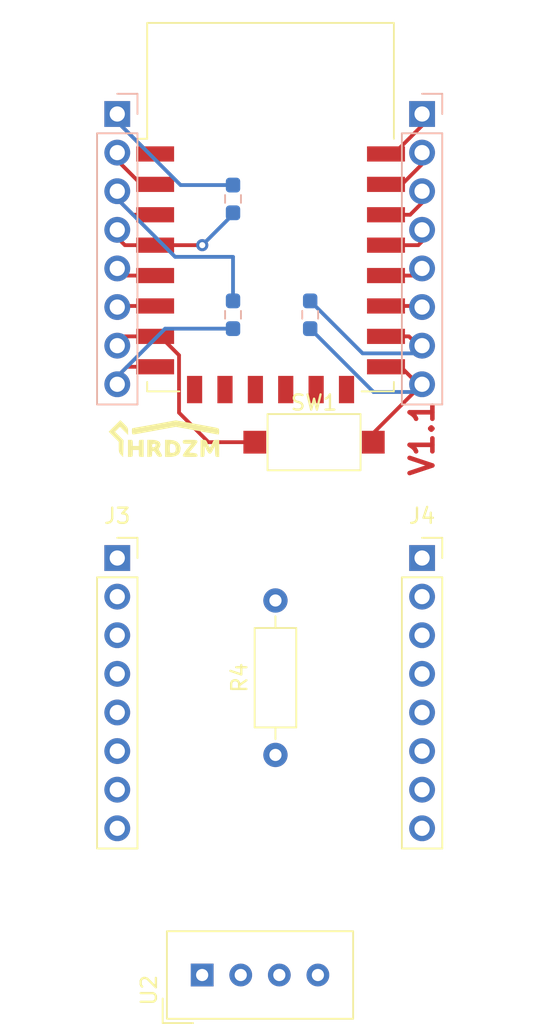
<source format=kicad_pcb>
(kicad_pcb (version 20171130) (host pcbnew "(5.1.9)-1")

  (general
    (thickness 1.6)
    (drawings 1)
    (tracks 55)
    (zones 0)
    (modules 12)
    (nets 38)
  )

  (page A4)
  (layers
    (0 F.Cu signal)
    (31 B.Cu signal)
    (32 B.Adhes user)
    (33 F.Adhes user)
    (34 B.Paste user)
    (35 F.Paste user)
    (36 B.SilkS user)
    (37 F.SilkS user)
    (38 B.Mask user)
    (39 F.Mask user)
    (40 Dwgs.User user)
    (41 Cmts.User user)
    (42 Eco1.User user)
    (43 Eco2.User user)
    (44 Edge.Cuts user)
    (45 Margin user)
    (46 B.CrtYd user)
    (47 F.CrtYd user)
    (48 B.Fab user)
    (49 F.Fab user)
  )

  (setup
    (last_trace_width 0.25)
    (trace_clearance 0.2)
    (zone_clearance 0.508)
    (zone_45_only no)
    (trace_min 0.2)
    (via_size 0.8)
    (via_drill 0.4)
    (via_min_size 0.4)
    (via_min_drill 0.3)
    (uvia_size 0.3)
    (uvia_drill 0.1)
    (uvias_allowed no)
    (uvia_min_size 0.2)
    (uvia_min_drill 0.1)
    (edge_width 0.05)
    (segment_width 0.2)
    (pcb_text_width 0.3)
    (pcb_text_size 1.5 1.5)
    (mod_edge_width 0.12)
    (mod_text_size 1 1)
    (mod_text_width 0.15)
    (pad_size 1.524 1.524)
    (pad_drill 0.762)
    (pad_to_mask_clearance 0)
    (aux_axis_origin 0 0)
    (visible_elements 7FFFFFFF)
    (pcbplotparams
      (layerselection 0x010fc_ffffffff)
      (usegerberextensions false)
      (usegerberattributes true)
      (usegerberadvancedattributes true)
      (creategerberjobfile true)
      (excludeedgelayer true)
      (linewidth 0.100000)
      (plotframeref false)
      (viasonmask false)
      (mode 1)
      (useauxorigin false)
      (hpglpennumber 1)
      (hpglpenspeed 20)
      (hpglpendiameter 15.000000)
      (psnegative false)
      (psa4output false)
      (plotreference true)
      (plotvalue true)
      (plotinvisibletext false)
      (padsonsilk false)
      (subtractmaskfromsilk false)
      (outputformat 1)
      (mirror false)
      (drillshape 1)
      (scaleselection 1)
      (outputdirectory ""))
  )

  (net 0 "")
  (net 1 "Net-(J1-Pad1)")
  (net 2 "Net-(J1-Pad2)")
  (net 3 "Net-(J1-Pad3)")
  (net 4 "Net-(J1-Pad4)")
  (net 5 "Net-(J1-Pad5)")
  (net 6 "Net-(J1-Pad6)")
  (net 7 "Net-(J1-Pad7)")
  (net 8 +3V3)
  (net 9 GND)
  (net 10 "Net-(J2-Pad7)")
  (net 11 "Net-(J2-Pad6)")
  (net 12 "Net-(J2-Pad5)")
  (net 13 "Net-(J2-Pad4)")
  (net 14 "Net-(J2-Pad3)")
  (net 15 "Net-(J2-Pad2)")
  (net 16 "Net-(J2-Pad1)")
  (net 17 "Net-(U1-Pad9)")
  (net 18 "Net-(U1-Pad10)")
  (net 19 "Net-(U1-Pad11)")
  (net 20 "Net-(U1-Pad12)")
  (net 21 "Net-(U1-Pad13)")
  (net 22 "Net-(U1-Pad14)")
  (net 23 "Net-(J3-Pad1)")
  (net 24 "Net-(J3-Pad2)")
  (net 25 "Net-(J3-Pad3)")
  (net 26 "Net-(J3-Pad4)")
  (net 27 "Net-(J3-Pad5)")
  (net 28 "Net-(J3-Pad6)")
  (net 29 "Net-(J3-Pad7)")
  (net 30 "Net-(J4-Pad7)")
  (net 31 "Net-(J4-Pad6)")
  (net 32 "Net-(J4-Pad5)")
  (net 33 "Net-(J4-Pad4)")
  (net 34 "Net-(J4-Pad3)")
  (net 35 "Net-(J4-Pad2)")
  (net 36 "Net-(J4-Pad1)")
  (net 37 "Net-(U2-Pad3)")

  (net_class Default "This is the default net class."
    (clearance 0.2)
    (trace_width 0.25)
    (via_dia 0.8)
    (via_drill 0.4)
    (uvia_dia 0.3)
    (uvia_drill 0.1)
    (add_net +3V3)
    (add_net GND)
    (add_net "Net-(J1-Pad1)")
    (add_net "Net-(J1-Pad2)")
    (add_net "Net-(J1-Pad3)")
    (add_net "Net-(J1-Pad4)")
    (add_net "Net-(J1-Pad5)")
    (add_net "Net-(J1-Pad6)")
    (add_net "Net-(J1-Pad7)")
    (add_net "Net-(J2-Pad1)")
    (add_net "Net-(J2-Pad2)")
    (add_net "Net-(J2-Pad3)")
    (add_net "Net-(J2-Pad4)")
    (add_net "Net-(J2-Pad5)")
    (add_net "Net-(J2-Pad6)")
    (add_net "Net-(J2-Pad7)")
    (add_net "Net-(J3-Pad1)")
    (add_net "Net-(J3-Pad2)")
    (add_net "Net-(J3-Pad3)")
    (add_net "Net-(J3-Pad4)")
    (add_net "Net-(J3-Pad5)")
    (add_net "Net-(J3-Pad6)")
    (add_net "Net-(J3-Pad7)")
    (add_net "Net-(J4-Pad1)")
    (add_net "Net-(J4-Pad2)")
    (add_net "Net-(J4-Pad3)")
    (add_net "Net-(J4-Pad4)")
    (add_net "Net-(J4-Pad5)")
    (add_net "Net-(J4-Pad6)")
    (add_net "Net-(J4-Pad7)")
    (add_net "Net-(U1-Pad10)")
    (add_net "Net-(U1-Pad11)")
    (add_net "Net-(U1-Pad12)")
    (add_net "Net-(U1-Pad13)")
    (add_net "Net-(U1-Pad14)")
    (add_net "Net-(U1-Pad9)")
    (add_net "Net-(U2-Pad3)")
  )

  (module Connector_PinSocket_2.54mm:PinSocket_1x08_P2.54mm_Vertical (layer F.Cu) (tedit 5A19A420) (tstamp 60516A32)
    (at 111.506 94.742)
    (descr "Through hole straight socket strip, 1x08, 2.54mm pitch, single row (from Kicad 4.0.7), script generated")
    (tags "Through hole socket strip THT 1x08 2.54mm single row")
    (path /605551C5)
    (fp_text reference J4 (at 0 -2.77) (layer F.SilkS)
      (effects (font (size 1 1) (thickness 0.15)))
    )
    (fp_text value Conn_01x08_Female (at 0 20.55) (layer F.Fab)
      (effects (font (size 1 1) (thickness 0.15)))
    )
    (fp_text user %R (at 0 8.89 90) (layer F.Fab)
      (effects (font (size 1 1) (thickness 0.15)))
    )
    (fp_line (start -1.27 -1.27) (end 0.635 -1.27) (layer F.Fab) (width 0.1))
    (fp_line (start 0.635 -1.27) (end 1.27 -0.635) (layer F.Fab) (width 0.1))
    (fp_line (start 1.27 -0.635) (end 1.27 19.05) (layer F.Fab) (width 0.1))
    (fp_line (start 1.27 19.05) (end -1.27 19.05) (layer F.Fab) (width 0.1))
    (fp_line (start -1.27 19.05) (end -1.27 -1.27) (layer F.Fab) (width 0.1))
    (fp_line (start -1.33 1.27) (end 1.33 1.27) (layer F.SilkS) (width 0.12))
    (fp_line (start -1.33 1.27) (end -1.33 19.11) (layer F.SilkS) (width 0.12))
    (fp_line (start -1.33 19.11) (end 1.33 19.11) (layer F.SilkS) (width 0.12))
    (fp_line (start 1.33 1.27) (end 1.33 19.11) (layer F.SilkS) (width 0.12))
    (fp_line (start 1.33 -1.33) (end 1.33 0) (layer F.SilkS) (width 0.12))
    (fp_line (start 0 -1.33) (end 1.33 -1.33) (layer F.SilkS) (width 0.12))
    (fp_line (start -1.8 -1.8) (end 1.75 -1.8) (layer F.CrtYd) (width 0.05))
    (fp_line (start 1.75 -1.8) (end 1.75 19.55) (layer F.CrtYd) (width 0.05))
    (fp_line (start 1.75 19.55) (end -1.8 19.55) (layer F.CrtYd) (width 0.05))
    (fp_line (start -1.8 19.55) (end -1.8 -1.8) (layer F.CrtYd) (width 0.05))
    (pad 8 thru_hole oval (at 0 17.78) (size 1.7 1.7) (drill 1) (layers *.Cu *.Mask)
      (net 9 GND))
    (pad 7 thru_hole oval (at 0 15.24) (size 1.7 1.7) (drill 1) (layers *.Cu *.Mask)
      (net 30 "Net-(J4-Pad7)"))
    (pad 6 thru_hole oval (at 0 12.7) (size 1.7 1.7) (drill 1) (layers *.Cu *.Mask)
      (net 31 "Net-(J4-Pad6)"))
    (pad 5 thru_hole oval (at 0 10.16) (size 1.7 1.7) (drill 1) (layers *.Cu *.Mask)
      (net 32 "Net-(J4-Pad5)"))
    (pad 4 thru_hole oval (at 0 7.62) (size 1.7 1.7) (drill 1) (layers *.Cu *.Mask)
      (net 33 "Net-(J4-Pad4)"))
    (pad 3 thru_hole oval (at 0 5.08) (size 1.7 1.7) (drill 1) (layers *.Cu *.Mask)
      (net 34 "Net-(J4-Pad3)"))
    (pad 2 thru_hole oval (at 0 2.54) (size 1.7 1.7) (drill 1) (layers *.Cu *.Mask)
      (net 35 "Net-(J4-Pad2)"))
    (pad 1 thru_hole rect (at 0 0) (size 1.7 1.7) (drill 1) (layers *.Cu *.Mask)
      (net 36 "Net-(J4-Pad1)"))
    (model ${KISYS3DMOD}/Connector_PinSocket_2.54mm.3dshapes/PinSocket_1x08_P2.54mm_Vertical.wrl
      (at (xyz 0 0 0))
      (scale (xyz 1 1 1))
      (rotate (xyz 0 0 0))
    )
  )

  (module Resistor_THT:R_Axial_DIN0207_L6.3mm_D2.5mm_P10.16mm_Horizontal (layer F.Cu) (tedit 5AE5139B) (tstamp 60516CAA)
    (at 101.854 107.696 90)
    (descr "Resistor, Axial_DIN0207 series, Axial, Horizontal, pin pitch=10.16mm, 0.25W = 1/4W, length*diameter=6.3*2.5mm^2, http://cdn-reichelt.de/documents/datenblatt/B400/1_4W%23YAG.pdf")
    (tags "Resistor Axial_DIN0207 series Axial Horizontal pin pitch 10.16mm 0.25W = 1/4W length 6.3mm diameter 2.5mm")
    (path /60566FC9)
    (fp_text reference R4 (at 5.08 -2.37 90) (layer F.SilkS)
      (effects (font (size 1 1) (thickness 0.15)))
    )
    (fp_text value R (at 5.08 2.37 90) (layer F.Fab)
      (effects (font (size 1 1) (thickness 0.15)))
    )
    (fp_line (start 11.21 -1.5) (end -1.05 -1.5) (layer F.CrtYd) (width 0.05))
    (fp_line (start 11.21 1.5) (end 11.21 -1.5) (layer F.CrtYd) (width 0.05))
    (fp_line (start -1.05 1.5) (end 11.21 1.5) (layer F.CrtYd) (width 0.05))
    (fp_line (start -1.05 -1.5) (end -1.05 1.5) (layer F.CrtYd) (width 0.05))
    (fp_line (start 9.12 0) (end 8.35 0) (layer F.SilkS) (width 0.12))
    (fp_line (start 1.04 0) (end 1.81 0) (layer F.SilkS) (width 0.12))
    (fp_line (start 8.35 -1.37) (end 1.81 -1.37) (layer F.SilkS) (width 0.12))
    (fp_line (start 8.35 1.37) (end 8.35 -1.37) (layer F.SilkS) (width 0.12))
    (fp_line (start 1.81 1.37) (end 8.35 1.37) (layer F.SilkS) (width 0.12))
    (fp_line (start 1.81 -1.37) (end 1.81 1.37) (layer F.SilkS) (width 0.12))
    (fp_line (start 10.16 0) (end 8.23 0) (layer F.Fab) (width 0.1))
    (fp_line (start 0 0) (end 1.93 0) (layer F.Fab) (width 0.1))
    (fp_line (start 8.23 -1.25) (end 1.93 -1.25) (layer F.Fab) (width 0.1))
    (fp_line (start 8.23 1.25) (end 8.23 -1.25) (layer F.Fab) (width 0.1))
    (fp_line (start 1.93 1.25) (end 8.23 1.25) (layer F.Fab) (width 0.1))
    (fp_line (start 1.93 -1.25) (end 1.93 1.25) (layer F.Fab) (width 0.1))
    (fp_text user %R (at 5.08 0 90) (layer F.Fab)
      (effects (font (size 1 1) (thickness 0.15)))
    )
    (pad 1 thru_hole circle (at 0 0 90) (size 1.6 1.6) (drill 0.8) (layers *.Cu *.Mask)
      (net 28 "Net-(J3-Pad6)"))
    (pad 2 thru_hole oval (at 10.16 0 90) (size 1.6 1.6) (drill 0.8) (layers *.Cu *.Mask)
      (net 27 "Net-(J3-Pad5)"))
    (model ${KISYS3DMOD}/Resistor_THT.3dshapes/R_Axial_DIN0207_L6.3mm_D2.5mm_P10.16mm_Horizontal.wrl
      (at (xyz 0 0 0))
      (scale (xyz 1 1 1))
      (rotate (xyz 0 0 0))
    )
  )

  (module Connector_PinSocket_2.54mm:PinSocket_1x08_P2.54mm_Vertical (layer F.Cu) (tedit 5A19A420) (tstamp 60516A16)
    (at 91.44 94.742)
    (descr "Through hole straight socket strip, 1x08, 2.54mm pitch, single row (from Kicad 4.0.7), script generated")
    (tags "Through hole socket strip THT 1x08 2.54mm single row")
    (path /605549B6)
    (fp_text reference J3 (at 0 -2.77) (layer F.SilkS)
      (effects (font (size 1 1) (thickness 0.15)))
    )
    (fp_text value Conn_01x08_Female (at 0 20.55) (layer F.Fab)
      (effects (font (size 1 1) (thickness 0.15)))
    )
    (fp_line (start -1.8 19.55) (end -1.8 -1.8) (layer F.CrtYd) (width 0.05))
    (fp_line (start 1.75 19.55) (end -1.8 19.55) (layer F.CrtYd) (width 0.05))
    (fp_line (start 1.75 -1.8) (end 1.75 19.55) (layer F.CrtYd) (width 0.05))
    (fp_line (start -1.8 -1.8) (end 1.75 -1.8) (layer F.CrtYd) (width 0.05))
    (fp_line (start 0 -1.33) (end 1.33 -1.33) (layer F.SilkS) (width 0.12))
    (fp_line (start 1.33 -1.33) (end 1.33 0) (layer F.SilkS) (width 0.12))
    (fp_line (start 1.33 1.27) (end 1.33 19.11) (layer F.SilkS) (width 0.12))
    (fp_line (start -1.33 19.11) (end 1.33 19.11) (layer F.SilkS) (width 0.12))
    (fp_line (start -1.33 1.27) (end -1.33 19.11) (layer F.SilkS) (width 0.12))
    (fp_line (start -1.33 1.27) (end 1.33 1.27) (layer F.SilkS) (width 0.12))
    (fp_line (start -1.27 19.05) (end -1.27 -1.27) (layer F.Fab) (width 0.1))
    (fp_line (start 1.27 19.05) (end -1.27 19.05) (layer F.Fab) (width 0.1))
    (fp_line (start 1.27 -0.635) (end 1.27 19.05) (layer F.Fab) (width 0.1))
    (fp_line (start 0.635 -1.27) (end 1.27 -0.635) (layer F.Fab) (width 0.1))
    (fp_line (start -1.27 -1.27) (end 0.635 -1.27) (layer F.Fab) (width 0.1))
    (fp_text user %R (at 0 8.89 90) (layer F.Fab)
      (effects (font (size 1 1) (thickness 0.15)))
    )
    (pad 1 thru_hole rect (at 0 0) (size 1.7 1.7) (drill 1) (layers *.Cu *.Mask)
      (net 23 "Net-(J3-Pad1)"))
    (pad 2 thru_hole oval (at 0 2.54) (size 1.7 1.7) (drill 1) (layers *.Cu *.Mask)
      (net 24 "Net-(J3-Pad2)"))
    (pad 3 thru_hole oval (at 0 5.08) (size 1.7 1.7) (drill 1) (layers *.Cu *.Mask)
      (net 25 "Net-(J3-Pad3)"))
    (pad 4 thru_hole oval (at 0 7.62) (size 1.7 1.7) (drill 1) (layers *.Cu *.Mask)
      (net 26 "Net-(J3-Pad4)"))
    (pad 5 thru_hole oval (at 0 10.16) (size 1.7 1.7) (drill 1) (layers *.Cu *.Mask)
      (net 27 "Net-(J3-Pad5)"))
    (pad 6 thru_hole oval (at 0 12.7) (size 1.7 1.7) (drill 1) (layers *.Cu *.Mask)
      (net 28 "Net-(J3-Pad6)"))
    (pad 7 thru_hole oval (at 0 15.24) (size 1.7 1.7) (drill 1) (layers *.Cu *.Mask)
      (net 29 "Net-(J3-Pad7)"))
    (pad 8 thru_hole oval (at 0 17.78) (size 1.7 1.7) (drill 1) (layers *.Cu *.Mask)
      (net 8 +3V3))
    (model ${KISYS3DMOD}/Connector_PinSocket_2.54mm.3dshapes/PinSocket_1x08_P2.54mm_Vertical.wrl
      (at (xyz 0 0 0))
      (scale (xyz 1 1 1))
      (rotate (xyz 0 0 0))
    )
  )

  (module Sensor:Aosong_DHT11_5.5x12.0_P2.54mm (layer F.Cu) (tedit 5C4B60CF) (tstamp 60516A61)
    (at 97.028 122.174 90)
    (descr "Temperature and humidity module, http://akizukidenshi.com/download/ds/aosong/DHT11.pdf")
    (tags "Temperature and humidity module")
    (path /605520AC)
    (fp_text reference U2 (at -1 -3.5 90) (layer F.SilkS)
      (effects (font (size 1 1) (thickness 0.15)))
    )
    (fp_text value DHT11 (at 0 11.3 90) (layer F.Fab)
      (effects (font (size 1 1) (thickness 0.15)))
    )
    (fp_line (start -3.16 -2.6) (end -1.55 -2.6) (layer F.SilkS) (width 0.12))
    (fp_line (start -3.16 -2.6) (end -3.16 -0.6) (layer F.SilkS) (width 0.12))
    (fp_line (start -2.75 -1.19) (end -1.75 -2.19) (layer F.Fab) (width 0.1))
    (fp_line (start -3 10.06) (end -3 -2.44) (layer F.CrtYd) (width 0.05))
    (fp_line (start 3 10.06) (end -3 10.06) (layer F.CrtYd) (width 0.05))
    (fp_line (start 3 -2.44) (end 3 10.06) (layer F.CrtYd) (width 0.05))
    (fp_line (start -3 -2.44) (end 3 -2.44) (layer F.CrtYd) (width 0.05))
    (fp_line (start -2.88 9.94) (end -2.88 -2.31) (layer F.SilkS) (width 0.12))
    (fp_line (start 2.88 9.94) (end -2.88 9.94) (layer F.SilkS) (width 0.12))
    (fp_line (start 2.88 -2.32) (end 2.88 9.94) (layer F.SilkS) (width 0.12))
    (fp_line (start -2.87 -2.32) (end 2.87 -2.32) (layer F.SilkS) (width 0.12))
    (fp_line (start -2.75 -1.19) (end -2.75 9.81) (layer F.Fab) (width 0.1))
    (fp_line (start 2.75 9.81) (end -2.75 9.81) (layer F.Fab) (width 0.1))
    (fp_line (start 2.75 -2.19) (end 2.75 9.81) (layer F.Fab) (width 0.1))
    (fp_line (start -1.75 -2.19) (end 2.75 -2.19) (layer F.Fab) (width 0.1))
    (fp_text user %R (at 0 3.81 90) (layer F.Fab)
      (effects (font (size 1 1) (thickness 0.15)))
    )
    (pad 1 thru_hole rect (at 0 0 90) (size 1.5 1.5) (drill 0.8) (layers *.Cu *.Mask)
      (net 27 "Net-(J3-Pad5)"))
    (pad 2 thru_hole circle (at 0 2.54 90) (size 1.5 1.5) (drill 0.8) (layers *.Cu *.Mask)
      (net 28 "Net-(J3-Pad6)"))
    (pad 3 thru_hole circle (at 0 5.08 90) (size 1.5 1.5) (drill 0.8) (layers *.Cu *.Mask)
      (net 37 "Net-(U2-Pad3)"))
    (pad 4 thru_hole circle (at 0 7.62 90) (size 1.5 1.5) (drill 0.8) (layers *.Cu *.Mask)
      (net 9 GND))
    (model ${KISYS3DMOD}/Sensor.3dshapes/Aosong_DHT11_5.5x12.0_P2.54mm.wrl
      (at (xyz 0 0 0))
      (scale (xyz 1 1 1))
      (rotate (xyz 0 0 0))
    )
  )

  (module RF_Module:ESP-12E (layer F.Cu) (tedit 5A030172) (tstamp 6050EE6E)
    (at 101.531001 71.661001)
    (descr "Wi-Fi Module, http://wiki.ai-thinker.com/_media/esp8266/docs/aithinker_esp_12f_datasheet_en.pdf")
    (tags "Wi-Fi Module")
    (path /605101CB)
    (attr smd)
    (fp_text reference U1 (at 3.370999 -3.081001) (layer F.SilkS) hide
      (effects (font (size 1 1) (thickness 0.15)))
    )
    (fp_text value ESP-12F (at -0.06 -12.78) (layer F.Fab)
      (effects (font (size 1 1) (thickness 0.15)))
    )
    (fp_line (start 5.56 -4.8) (end 8.12 -7.36) (layer Dwgs.User) (width 0.12))
    (fp_line (start 2.56 -4.8) (end 8.12 -10.36) (layer Dwgs.User) (width 0.12))
    (fp_line (start -0.44 -4.8) (end 6.88 -12.12) (layer Dwgs.User) (width 0.12))
    (fp_line (start -3.44 -4.8) (end 3.88 -12.12) (layer Dwgs.User) (width 0.12))
    (fp_line (start -6.44 -4.8) (end 0.88 -12.12) (layer Dwgs.User) (width 0.12))
    (fp_line (start -8.12 -6.12) (end -2.12 -12.12) (layer Dwgs.User) (width 0.12))
    (fp_line (start -8.12 -9.12) (end -5.12 -12.12) (layer Dwgs.User) (width 0.12))
    (fp_line (start -8.12 -4.8) (end -8.12 -12.12) (layer Dwgs.User) (width 0.12))
    (fp_line (start 8.12 -4.8) (end -8.12 -4.8) (layer Dwgs.User) (width 0.12))
    (fp_line (start 8.12 -12.12) (end 8.12 -4.8) (layer Dwgs.User) (width 0.12))
    (fp_line (start -8.12 -12.12) (end 8.12 -12.12) (layer Dwgs.User) (width 0.12))
    (fp_line (start -8.12 -4.5) (end -8.73 -4.5) (layer F.SilkS) (width 0.12))
    (fp_line (start -8.12 -4.5) (end -8.12 -12.12) (layer F.SilkS) (width 0.12))
    (fp_line (start -8.12 12.12) (end -8.12 11.5) (layer F.SilkS) (width 0.12))
    (fp_line (start -6 12.12) (end -8.12 12.12) (layer F.SilkS) (width 0.12))
    (fp_line (start 8.12 12.12) (end 6 12.12) (layer F.SilkS) (width 0.12))
    (fp_line (start 8.12 11.5) (end 8.12 12.12) (layer F.SilkS) (width 0.12))
    (fp_line (start 8.12 -12.12) (end 8.12 -4.5) (layer F.SilkS) (width 0.12))
    (fp_line (start -8.12 -12.12) (end 8.12 -12.12) (layer F.SilkS) (width 0.12))
    (fp_line (start -9.05 13.1) (end -9.05 -12.2) (layer F.CrtYd) (width 0.05))
    (fp_line (start 9.05 13.1) (end -9.05 13.1) (layer F.CrtYd) (width 0.05))
    (fp_line (start 9.05 -12.2) (end 9.05 13.1) (layer F.CrtYd) (width 0.05))
    (fp_line (start -9.05 -12.2) (end 9.05 -12.2) (layer F.CrtYd) (width 0.05))
    (fp_line (start -8 -4) (end -8 -12) (layer F.Fab) (width 0.12))
    (fp_line (start -7.5 -3.5) (end -8 -4) (layer F.Fab) (width 0.12))
    (fp_line (start -8 -3) (end -7.5 -3.5) (layer F.Fab) (width 0.12))
    (fp_line (start -8 12) (end -8 -3) (layer F.Fab) (width 0.12))
    (fp_line (start 8 12) (end -8 12) (layer F.Fab) (width 0.12))
    (fp_line (start 8 -12) (end 8 12) (layer F.Fab) (width 0.12))
    (fp_line (start -8 -12) (end 8 -12) (layer F.Fab) (width 0.12))
    (fp_text user Antenna (at -0.06 -7 180) (layer Cmts.User)
      (effects (font (size 1 1) (thickness 0.15)))
    )
    (fp_text user "KEEP-OUT ZONE" (at 0.03 -9.55 180) (layer Cmts.User)
      (effects (font (size 1 1) (thickness 0.15)))
    )
    (fp_text user %R (at 0.49 -0.8) (layer F.Fab)
      (effects (font (size 1 1) (thickness 0.15)))
    )
    (pad 1 smd rect (at -7.6 -3.5) (size 2.5 1) (layers F.Cu F.Paste F.Mask)
      (net 1 "Net-(J1-Pad1)"))
    (pad 2 smd rect (at -7.6 -1.5) (size 2.5 1) (layers F.Cu F.Paste F.Mask)
      (net 2 "Net-(J1-Pad2)"))
    (pad 3 smd rect (at -7.6 0.5) (size 2.5 1) (layers F.Cu F.Paste F.Mask)
      (net 3 "Net-(J1-Pad3)"))
    (pad 4 smd rect (at -7.6 2.5) (size 2.5 1) (layers F.Cu F.Paste F.Mask)
      (net 4 "Net-(J1-Pad4)"))
    (pad 5 smd rect (at -7.6 4.5) (size 2.5 1) (layers F.Cu F.Paste F.Mask)
      (net 5 "Net-(J1-Pad5)"))
    (pad 6 smd rect (at -7.6 6.5) (size 2.5 1) (layers F.Cu F.Paste F.Mask)
      (net 6 "Net-(J1-Pad6)"))
    (pad 7 smd rect (at -7.6 8.5) (size 2.5 1) (layers F.Cu F.Paste F.Mask)
      (net 7 "Net-(J1-Pad7)"))
    (pad 8 smd rect (at -7.6 10.5) (size 2.5 1) (layers F.Cu F.Paste F.Mask)
      (net 8 +3V3))
    (pad 9 smd rect (at -5 12) (size 1 1.8) (layers F.Cu F.Paste F.Mask)
      (net 17 "Net-(U1-Pad9)"))
    (pad 10 smd rect (at -3 12) (size 1 1.8) (layers F.Cu F.Paste F.Mask)
      (net 18 "Net-(U1-Pad10)"))
    (pad 11 smd rect (at -1 12) (size 1 1.8) (layers F.Cu F.Paste F.Mask)
      (net 19 "Net-(U1-Pad11)"))
    (pad 12 smd rect (at 1 12) (size 1 1.8) (layers F.Cu F.Paste F.Mask)
      (net 20 "Net-(U1-Pad12)"))
    (pad 13 smd rect (at 3 12) (size 1 1.8) (layers F.Cu F.Paste F.Mask)
      (net 21 "Net-(U1-Pad13)"))
    (pad 14 smd rect (at 5 12) (size 1 1.8) (layers F.Cu F.Paste F.Mask)
      (net 22 "Net-(U1-Pad14)"))
    (pad 15 smd rect (at 7.6 10.5) (size 2.5 1) (layers F.Cu F.Paste F.Mask)
      (net 9 GND))
    (pad 16 smd rect (at 7.6 8.5) (size 2.5 1) (layers F.Cu F.Paste F.Mask)
      (net 10 "Net-(J2-Pad7)"))
    (pad 17 smd rect (at 7.6 6.5) (size 2.5 1) (layers F.Cu F.Paste F.Mask)
      (net 11 "Net-(J2-Pad6)"))
    (pad 18 smd rect (at 7.6 4.5) (size 2.5 1) (layers F.Cu F.Paste F.Mask)
      (net 12 "Net-(J2-Pad5)"))
    (pad 19 smd rect (at 7.6 2.5) (size 2.5 1) (layers F.Cu F.Paste F.Mask)
      (net 13 "Net-(J2-Pad4)"))
    (pad 20 smd rect (at 7.6 0.5) (size 2.5 1) (layers F.Cu F.Paste F.Mask)
      (net 14 "Net-(J2-Pad3)"))
    (pad 21 smd rect (at 7.6 -1.5) (size 2.5 1) (layers F.Cu F.Paste F.Mask)
      (net 15 "Net-(J2-Pad2)"))
    (pad 22 smd rect (at 7.6 -3.5) (size 2.5 1) (layers F.Cu F.Paste F.Mask)
      (net 16 "Net-(J2-Pad1)"))
    (model ${KISYS3DMOD}/RF_Module.3dshapes/ESP-12E.wrl
      (at (xyz 0 0 0))
      (scale (xyz 1 1 1))
      (rotate (xyz 0 0 0))
    )
  )

  (module Connector_PinHeader_2.54mm:PinHeader_1x08_P2.54mm_Vertical (layer B.Cu) (tedit 59FED5CC) (tstamp 60515F9B)
    (at 111.506 65.532 180)
    (descr "Through hole straight pin header, 1x08, 2.54mm pitch, single row")
    (tags "Through hole pin header THT 1x08 2.54mm single row")
    (path /60545414)
    (fp_text reference J2 (at 0 2.33) (layer B.SilkS) hide
      (effects (font (size 1 1) (thickness 0.15)) (justify mirror))
    )
    (fp_text value Conn_01x08_Male (at -2.54 -8.636 90) (layer B.Fab) hide
      (effects (font (size 1 1) (thickness 0.15)) (justify mirror))
    )
    (fp_line (start 1.8 1.8) (end -1.8 1.8) (layer B.CrtYd) (width 0.05))
    (fp_line (start 1.8 -19.55) (end 1.8 1.8) (layer B.CrtYd) (width 0.05))
    (fp_line (start -1.8 -19.55) (end 1.8 -19.55) (layer B.CrtYd) (width 0.05))
    (fp_line (start -1.8 1.8) (end -1.8 -19.55) (layer B.CrtYd) (width 0.05))
    (fp_line (start -1.33 1.33) (end 0 1.33) (layer B.SilkS) (width 0.12))
    (fp_line (start -1.33 0) (end -1.33 1.33) (layer B.SilkS) (width 0.12))
    (fp_line (start -1.33 -1.27) (end 1.33 -1.27) (layer B.SilkS) (width 0.12))
    (fp_line (start 1.33 -1.27) (end 1.33 -19.11) (layer B.SilkS) (width 0.12))
    (fp_line (start -1.33 -1.27) (end -1.33 -19.11) (layer B.SilkS) (width 0.12))
    (fp_line (start -1.33 -19.11) (end 1.33 -19.11) (layer B.SilkS) (width 0.12))
    (fp_line (start -1.27 0.635) (end -0.635 1.27) (layer B.Fab) (width 0.1))
    (fp_line (start -1.27 -19.05) (end -1.27 0.635) (layer B.Fab) (width 0.1))
    (fp_line (start 1.27 -19.05) (end -1.27 -19.05) (layer B.Fab) (width 0.1))
    (fp_line (start 1.27 1.27) (end 1.27 -19.05) (layer B.Fab) (width 0.1))
    (fp_line (start -0.635 1.27) (end 1.27 1.27) (layer B.Fab) (width 0.1))
    (fp_text user %R (at 0 -8.89 270) (layer B.Fab)
      (effects (font (size 1 1) (thickness 0.15)) (justify mirror))
    )
    (pad 8 thru_hole oval (at 0 -17.78 180) (size 1.7 1.7) (drill 1) (layers *.Cu *.Mask)
      (net 9 GND))
    (pad 7 thru_hole oval (at 0 -15.24 180) (size 1.7 1.7) (drill 1) (layers *.Cu *.Mask)
      (net 10 "Net-(J2-Pad7)"))
    (pad 6 thru_hole oval (at 0 -12.7 180) (size 1.7 1.7) (drill 1) (layers *.Cu *.Mask)
      (net 11 "Net-(J2-Pad6)"))
    (pad 5 thru_hole oval (at 0 -10.16 180) (size 1.7 1.7) (drill 1) (layers *.Cu *.Mask)
      (net 12 "Net-(J2-Pad5)"))
    (pad 4 thru_hole oval (at 0 -7.62 180) (size 1.7 1.7) (drill 1) (layers *.Cu *.Mask)
      (net 13 "Net-(J2-Pad4)"))
    (pad 3 thru_hole oval (at 0 -5.08 180) (size 1.7 1.7) (drill 1) (layers *.Cu *.Mask)
      (net 14 "Net-(J2-Pad3)"))
    (pad 2 thru_hole oval (at 0 -2.54 180) (size 1.7 1.7) (drill 1) (layers *.Cu *.Mask)
      (net 15 "Net-(J2-Pad2)"))
    (pad 1 thru_hole rect (at 0 0 180) (size 1.7 1.7) (drill 1) (layers *.Cu *.Mask)
      (net 16 "Net-(J2-Pad1)"))
    (model ${KISYS3DMOD}/Connector_PinHeader_2.54mm.3dshapes/PinHeader_1x08_P2.54mm_Vertical.wrl
      (at (xyz 0 0 0))
      (scale (xyz 1 1 1))
      (rotate (xyz 0 0 0))
    )
  )

  (module SHRDZM:SHRDZM (layer F.Cu) (tedit 0) (tstamp 60516783)
    (at 94.488 86.868)
    (fp_text reference G*** (at 0 0) (layer F.SilkS) hide
      (effects (font (size 1.524 1.524) (thickness 0.3)))
    )
    (fp_text value LOGO (at 0.75 0) (layer F.SilkS) hide
      (effects (font (size 1.524 1.524) (thickness 0.3)))
    )
    (fp_poly (pts (xy 2.120227 -0.941317) (xy 2.477746 -0.876293) (xy 2.80686 -0.815963) (xy 3.092921 -0.763049)
      (xy 3.321278 -0.720275) (xy 3.477282 -0.690364) (xy 3.5433 -0.676792) (xy 3.619881 -0.6397)
      (xy 3.652395 -0.557064) (xy 3.6576 -0.451693) (xy 3.647435 -0.32648) (xy 3.622122 -0.258227)
      (xy 3.612945 -0.254) (xy 3.553106 -0.262904) (xy 3.406662 -0.28803) (xy 3.18689 -0.327001)
      (xy 2.907068 -0.377438) (xy 2.580472 -0.436965) (xy 2.220381 -0.503202) (xy 2.18895 -0.509011)
      (xy 0.809609 -0.764022) (xy -0.568352 -0.509011) (xy -0.931941 -0.442167) (xy -1.264511 -0.381871)
      (xy -1.552483 -0.330515) (xy -1.782277 -0.290497) (xy -1.940315 -0.264209) (xy -2.013015 -0.254046)
      (xy -2.014557 -0.254) (xy -2.064605 -0.300983) (xy -2.082715 -0.442951) (xy -2.0828 -0.4572)
      (xy -2.076362 -0.584499) (xy -2.060281 -0.655251) (xy -2.0538 -0.6604) (xy -1.998237 -0.669183)
      (xy -1.855643 -0.693993) (xy -1.638919 -0.73252) (xy -1.360967 -0.782455) (xy -1.034688 -0.841489)
      (xy -0.672984 -0.907313) (xy -0.606673 -0.919419) (xy 0.811454 -1.178436) (xy 2.120227 -0.941317)) (layer F.SilkS) (width 0.01))
    (fp_poly (pts (xy 2.726994 0.10915) (xy 2.79676 0.147616) (xy 2.855043 0.240723) (xy 2.905188 0.3556)
      (xy 2.969975 0.496368) (xy 3.024484 0.588604) (xy 3.048 0.6096) (xy 3.08646 0.566734)
      (xy 3.145825 0.456438) (xy 3.190811 0.3556) (xy 3.257453 0.208161) (xy 3.316237 0.132529)
      (xy 3.393892 0.10498) (xy 3.476984 0.1016) (xy 3.6576 0.1016) (xy 3.6576 1.2192)
      (xy 3.532825 1.2192) (xy 3.468241 1.21331) (xy 3.429647 1.181168) (xy 3.408808 1.101062)
      (xy 3.397489 0.95128) (xy 3.393125 0.8509) (xy 3.3782 0.4826) (xy 3.257644 0.7493)
      (xy 3.159498 0.929412) (xy 3.072172 1.010593) (xy 3.045104 1.016) (xy 2.959094 0.965833)
      (xy 2.860217 0.81601) (xy 2.826994 0.7493) (xy 2.700868 0.4826) (xy 2.696634 0.8509)
      (xy 2.692674 1.040742) (xy 2.681078 1.150741) (xy 2.654091 1.202652) (xy 2.603963 1.218233)
      (xy 2.5654 1.2192) (xy 2.4384 1.2192) (xy 2.4384 0.1016) (xy 2.619015 0.1016)
      (xy 2.726994 0.10915)) (layer F.SilkS) (width 0.01))
    (fp_poly (pts (xy 2.001008 0.106102) (xy 2.15727 0.127367) (xy 2.226073 0.177031) (xy 2.212104 0.266728)
      (xy 2.120052 0.408094) (xy 1.957246 0.6096) (xy 1.681621 0.9398) (xy 1.94571 0.9652)
      (xy 2.104112 0.986657) (xy 2.187213 1.020369) (xy 2.221309 1.079439) (xy 2.226033 1.1049)
      (xy 2.229168 1.157695) (xy 2.208204 1.191071) (xy 2.14485 1.209477) (xy 2.020814 1.217361)
      (xy 1.817805 1.219174) (xy 1.756133 1.2192) (xy 1.529585 1.217288) (xy 1.386174 1.209266)
      (xy 1.307468 1.1917) (xy 1.27504 1.161157) (xy 1.27 1.128645) (xy 1.301021 1.050191)
      (xy 1.383754 0.919165) (xy 1.502703 0.759192) (xy 1.553247 0.696845) (xy 1.836494 0.3556)
      (xy 1.553247 0.3556) (xy 1.391857 0.352406) (xy 1.307329 0.335443) (xy 1.274958 0.293634)
      (xy 1.27 0.2286) (xy 1.273351 0.169765) (xy 1.296092 0.132659) (xy 1.357255 0.112274)
      (xy 1.47587 0.103601) (xy 1.670967 0.101632) (xy 1.7526 0.1016) (xy 2.001008 0.106102)) (layer F.SilkS) (width 0.01))
    (fp_poly (pts (xy 0.659073 0.134131) (xy 0.888837 0.229309) (xy 1.041708 0.383511) (xy 1.112869 0.593115)
      (xy 1.1176 0.67349) (xy 1.081996 0.897832) (xy 0.972495 1.060794) (xy 0.785062 1.165334)
      (xy 0.515663 1.214411) (xy 0.373419 1.2192) (xy 0.1016 1.2192) (xy 0.1016 0.657122)
      (xy 0.4064 0.657122) (xy 0.4064 0.6604) (xy 0.40865 0.829141) (xy 0.422848 0.920223)
      (xy 0.460164 0.957581) (xy 0.531769 0.965153) (xy 0.54864 0.9652) (xy 0.675569 0.944614)
      (xy 0.75184 0.904239) (xy 0.801573 0.795062) (xy 0.808511 0.643973) (xy 0.774639 0.500261)
      (xy 0.732971 0.435428) (xy 0.619611 0.371588) (xy 0.529771 0.3556) (xy 0.461363 0.362535)
      (xy 0.424425 0.399221) (xy 0.409318 0.489477) (xy 0.4064 0.657122) (xy 0.1016 0.657122)
      (xy 0.1016 0.1016) (xy 0.357231 0.101599) (xy 0.659073 0.134131)) (layer F.SilkS) (width 0.01))
    (fp_poly (pts (xy -0.516657 0.12549) (xy -0.32693 0.195292) (xy -0.242078 0.274304) (xy -0.205365 0.410672)
      (xy -0.243565 0.557912) (xy -0.2819 0.612361) (xy -0.324846 0.674647) (xy -0.320294 0.740702)
      (xy -0.262176 0.843707) (xy -0.2311 0.89015) (xy -0.133152 1.054429) (xy -0.108363 1.157451)
      (xy -0.157029 1.208765) (xy -0.2413 1.219062) (xy -0.348615 1.195998) (xy -0.433877 1.111243)
      (xy -0.4826 1.029162) (xy -0.56601 0.906473) (xy -0.6507 0.830965) (xy -0.6731 0.822374)
      (xy -0.730748 0.829358) (xy -0.756755 0.895099) (xy -0.762 1.012275) (xy -0.767741 1.144108)
      (xy -0.79914 1.203315) (xy -0.877469 1.218775) (xy -0.9144 1.2192) (xy -1.0668 1.2192)
      (xy -1.0668 0.486133) (xy -0.762 0.486133) (xy -0.745417 0.581279) (xy -0.67847 0.603632)
      (xy -0.6477 0.600433) (xy -0.545001 0.542584) (xy -0.517167 0.4699) (xy -0.523981 0.384524)
      (xy -0.596473 0.356624) (xy -0.631467 0.3556) (xy -0.729698 0.375069) (xy -0.761037 0.453847)
      (xy -0.762 0.486133) (xy -1.0668 0.486133) (xy -1.0668 0.1016) (xy -0.784061 0.1016)
      (xy -0.516657 0.12549)) (layer F.SilkS) (width 0.01))
    (fp_poly (pts (xy -2.08668 0.109624) (xy -2.04324 0.153107) (xy -2.032241 0.261166) (xy -2.032 0.3048)
      (xy -2.032 0.508) (xy -1.6256 0.508) (xy -1.6256 0.3048) (xy -1.619582 0.174506)
      (xy -1.58697 0.116585) (xy -1.505925 0.10192) (xy -1.4732 0.1016) (xy -1.3208 0.1016)
      (xy -1.3208 1.2192) (xy -1.4732 1.2192) (xy -1.566914 1.212573) (xy -1.611299 1.174311)
      (xy -1.624739 1.076841) (xy -1.6256 0.9906) (xy -1.6256 0.762) (xy -2.032 0.762)
      (xy -2.032 0.9906) (xy -2.036418 1.131169) (xy -2.061926 1.197748) (xy -2.126906 1.217907)
      (xy -2.1844 1.2192) (xy -2.3368 1.2192) (xy -2.3368 0.1016) (xy -2.1844 0.1016)
      (xy -2.08668 0.109624)) (layer F.SilkS) (width 0.01))
    (fp_poly (pts (xy -2.591123 -0.940118) (xy -2.455007 -0.79959) (xy -2.378395 -0.694727) (xy -2.344568 -0.594022)
      (xy -2.336806 -0.465965) (xy -2.3368 -0.460846) (xy -2.3368 -0.232071) (xy -2.604786 -0.496728)
      (xy -2.872771 -0.761384) (xy -3.199907 -0.434248) (xy -2.637973 0.133612) (xy -2.652487 0.679931)
      (xy -2.667 1.226251) (xy -2.8067 1.080246) (xy -2.882182 0.99018) (xy -2.92436 0.896805)
      (xy -2.94263 0.766659) (xy -2.9464 0.582695) (xy -2.9464 0.231149) (xy -3.276599 -0.101599)
      (xy -3.606797 -0.434347) (xy -3.226121 -0.812482) (xy -2.845446 -1.190616) (xy -2.591123 -0.940118)) (layer F.SilkS) (width 0.01))
  )

  (module Resistor_SMD:R_0603_1608Metric_Pad0.98x0.95mm_HandSolder (layer B.Cu) (tedit 5F68FEEE) (tstamp 6050EDF6)
    (at 99.06 78.74 90)
    (descr "Resistor SMD 0603 (1608 Metric), square (rectangular) end terminal, IPC_7351 nominal with elongated pad for handsoldering. (Body size source: IPC-SM-782 page 72, https://www.pcb-3d.com/wordpress/wp-content/uploads/ipc-sm-782a_amendment_1_and_2.pdf), generated with kicad-footprint-generator")
    (tags "resistor handsolder")
    (path /6051C8E8)
    (attr smd)
    (fp_text reference R1 (at 0 1.43 270) (layer B.SilkS) hide
      (effects (font (size 1 1) (thickness 0.15)) (justify mirror))
    )
    (fp_text value R (at 0 -1.43 270) (layer B.Fab)
      (effects (font (size 1 1) (thickness 0.15)) (justify mirror))
    )
    (fp_line (start -0.8 -0.4125) (end -0.8 0.4125) (layer B.Fab) (width 0.1))
    (fp_line (start -0.8 0.4125) (end 0.8 0.4125) (layer B.Fab) (width 0.1))
    (fp_line (start 0.8 0.4125) (end 0.8 -0.4125) (layer B.Fab) (width 0.1))
    (fp_line (start 0.8 -0.4125) (end -0.8 -0.4125) (layer B.Fab) (width 0.1))
    (fp_line (start -0.254724 0.5225) (end 0.254724 0.5225) (layer B.SilkS) (width 0.12))
    (fp_line (start -0.254724 -0.5225) (end 0.254724 -0.5225) (layer B.SilkS) (width 0.12))
    (fp_line (start -1.65 -0.73) (end -1.65 0.73) (layer B.CrtYd) (width 0.05))
    (fp_line (start -1.65 0.73) (end 1.65 0.73) (layer B.CrtYd) (width 0.05))
    (fp_line (start 1.65 0.73) (end 1.65 -0.73) (layer B.CrtYd) (width 0.05))
    (fp_line (start 1.65 -0.73) (end -1.65 -0.73) (layer B.CrtYd) (width 0.05))
    (fp_text user %R (at 0 0 270) (layer B.Fab)
      (effects (font (size 0.4 0.4) (thickness 0.06)) (justify mirror))
    )
    (pad 2 smd roundrect (at 0.9125 0 90) (size 0.975 0.95) (layers B.Cu B.Paste B.Mask) (roundrect_rratio 0.25)
      (net 3 "Net-(J1-Pad3)"))
    (pad 1 smd roundrect (at -0.9125 0 90) (size 0.975 0.95) (layers B.Cu B.Paste B.Mask) (roundrect_rratio 0.25)
      (net 8 +3V3))
    (model ${KISYS3DMOD}/Resistor_SMD.3dshapes/R_0603_1608Metric.wrl
      (at (xyz 0 0 0))
      (scale (xyz 1 1 1))
      (rotate (xyz 0 0 0))
    )
  )

  (module Resistor_SMD:R_0603_1608Metric_Pad0.98x0.95mm_HandSolder (layer B.Cu) (tedit 5F68FEEE) (tstamp 6050EE07)
    (at 99.06 71.12 90)
    (descr "Resistor SMD 0603 (1608 Metric), square (rectangular) end terminal, IPC_7351 nominal with elongated pad for handsoldering. (Body size source: IPC-SM-782 page 72, https://www.pcb-3d.com/wordpress/wp-content/uploads/ipc-sm-782a_amendment_1_and_2.pdf), generated with kicad-footprint-generator")
    (tags "resistor handsolder")
    (path /6051D3C9)
    (attr smd)
    (fp_text reference R2 (at 0 1.43 270) (layer B.SilkS) hide
      (effects (font (size 1 1) (thickness 0.15)) (justify mirror))
    )
    (fp_text value R (at 0 -1.43 270) (layer B.Fab)
      (effects (font (size 1 1) (thickness 0.15)) (justify mirror))
    )
    (fp_line (start 1.65 -0.73) (end -1.65 -0.73) (layer B.CrtYd) (width 0.05))
    (fp_line (start 1.65 0.73) (end 1.65 -0.73) (layer B.CrtYd) (width 0.05))
    (fp_line (start -1.65 0.73) (end 1.65 0.73) (layer B.CrtYd) (width 0.05))
    (fp_line (start -1.65 -0.73) (end -1.65 0.73) (layer B.CrtYd) (width 0.05))
    (fp_line (start -0.254724 -0.5225) (end 0.254724 -0.5225) (layer B.SilkS) (width 0.12))
    (fp_line (start -0.254724 0.5225) (end 0.254724 0.5225) (layer B.SilkS) (width 0.12))
    (fp_line (start 0.8 -0.4125) (end -0.8 -0.4125) (layer B.Fab) (width 0.1))
    (fp_line (start 0.8 0.4125) (end 0.8 -0.4125) (layer B.Fab) (width 0.1))
    (fp_line (start -0.8 0.4125) (end 0.8 0.4125) (layer B.Fab) (width 0.1))
    (fp_line (start -0.8 -0.4125) (end -0.8 0.4125) (layer B.Fab) (width 0.1))
    (fp_text user %R (at 0 0 270) (layer B.Fab)
      (effects (font (size 0.4 0.4) (thickness 0.06)) (justify mirror))
    )
    (pad 1 smd roundrect (at -0.9125 0 90) (size 0.975 0.95) (layers B.Cu B.Paste B.Mask) (roundrect_rratio 0.25)
      (net 4 "Net-(J1-Pad4)"))
    (pad 2 smd roundrect (at 0.9125 0 90) (size 0.975 0.95) (layers B.Cu B.Paste B.Mask) (roundrect_rratio 0.25)
      (net 1 "Net-(J1-Pad1)"))
    (model ${KISYS3DMOD}/Resistor_SMD.3dshapes/R_0603_1608Metric.wrl
      (at (xyz 0 0 0))
      (scale (xyz 1 1 1))
      (rotate (xyz 0 0 0))
    )
  )

  (module Resistor_SMD:R_0603_1608Metric_Pad0.98x0.95mm_HandSolder (layer B.Cu) (tedit 5F68FEEE) (tstamp 6050EE18)
    (at 104.14 78.74 270)
    (descr "Resistor SMD 0603 (1608 Metric), square (rectangular) end terminal, IPC_7351 nominal with elongated pad for handsoldering. (Body size source: IPC-SM-782 page 72, https://www.pcb-3d.com/wordpress/wp-content/uploads/ipc-sm-782a_amendment_1_and_2.pdf), generated with kicad-footprint-generator")
    (tags "resistor handsolder")
    (path /60514D17)
    (attr smd)
    (fp_text reference R3 (at 0 1.43 270) (layer B.SilkS) hide
      (effects (font (size 1 1) (thickness 0.15)) (justify mirror))
    )
    (fp_text value R (at 0 -1.43 270) (layer B.Fab)
      (effects (font (size 1 1) (thickness 0.15)) (justify mirror))
    )
    (fp_line (start 1.65 -0.73) (end -1.65 -0.73) (layer B.CrtYd) (width 0.05))
    (fp_line (start 1.65 0.73) (end 1.65 -0.73) (layer B.CrtYd) (width 0.05))
    (fp_line (start -1.65 0.73) (end 1.65 0.73) (layer B.CrtYd) (width 0.05))
    (fp_line (start -1.65 -0.73) (end -1.65 0.73) (layer B.CrtYd) (width 0.05))
    (fp_line (start -0.254724 -0.5225) (end 0.254724 -0.5225) (layer B.SilkS) (width 0.12))
    (fp_line (start -0.254724 0.5225) (end 0.254724 0.5225) (layer B.SilkS) (width 0.12))
    (fp_line (start 0.8 -0.4125) (end -0.8 -0.4125) (layer B.Fab) (width 0.1))
    (fp_line (start 0.8 0.4125) (end 0.8 -0.4125) (layer B.Fab) (width 0.1))
    (fp_line (start -0.8 0.4125) (end 0.8 0.4125) (layer B.Fab) (width 0.1))
    (fp_line (start -0.8 -0.4125) (end -0.8 0.4125) (layer B.Fab) (width 0.1))
    (fp_text user %R (at 0 0 270) (layer B.Fab)
      (effects (font (size 0.4 0.4) (thickness 0.06)) (justify mirror))
    )
    (pad 1 smd roundrect (at -0.9125 0 270) (size 0.975 0.95) (layers B.Cu B.Paste B.Mask) (roundrect_rratio 0.25)
      (net 10 "Net-(J2-Pad7)"))
    (pad 2 smd roundrect (at 0.9125 0 270) (size 0.975 0.95) (layers B.Cu B.Paste B.Mask) (roundrect_rratio 0.25)
      (net 9 GND))
    (model ${KISYS3DMOD}/Resistor_SMD.3dshapes/R_0603_1608Metric.wrl
      (at (xyz 0 0 0))
      (scale (xyz 1 1 1))
      (rotate (xyz 0 0 0))
    )
  )

  (module Button_Switch_SMD:SW_SPST_CK_RS282G05A3 (layer F.Cu) (tedit 5A7A67D2) (tstamp 60516183)
    (at 104.394 87.122)
    (descr https://www.mouser.com/ds/2/60/RS-282G05A-SM_RT-1159762.pdf)
    (tags "SPST button tactile switch")
    (path /6051A2D3)
    (attr smd)
    (fp_text reference SW1 (at 0 -2.6) (layer F.SilkS)
      (effects (font (size 1 1) (thickness 0.15)))
    )
    (fp_text value SW_Push (at 0 3) (layer F.Fab) hide
      (effects (font (size 1 1) (thickness 0.15)))
    )
    (fp_line (start 3 -1.8) (end 3 1.8) (layer F.Fab) (width 0.1))
    (fp_line (start -3 -1.8) (end -3 1.8) (layer F.Fab) (width 0.1))
    (fp_line (start -3 -1.8) (end 3 -1.8) (layer F.Fab) (width 0.1))
    (fp_line (start -3 1.8) (end 3 1.8) (layer F.Fab) (width 0.1))
    (fp_line (start -1.5 -0.8) (end -1.5 0.8) (layer F.Fab) (width 0.1))
    (fp_line (start 1.5 -0.8) (end 1.5 0.8) (layer F.Fab) (width 0.1))
    (fp_line (start -1.5 -0.8) (end 1.5 -0.8) (layer F.Fab) (width 0.1))
    (fp_line (start -1.5 0.8) (end 1.5 0.8) (layer F.Fab) (width 0.1))
    (fp_line (start -3.06 1.85) (end -3.06 -1.85) (layer F.SilkS) (width 0.12))
    (fp_line (start 3.06 1.85) (end -3.06 1.85) (layer F.SilkS) (width 0.12))
    (fp_line (start 3.06 -1.85) (end 3.06 1.85) (layer F.SilkS) (width 0.12))
    (fp_line (start -3.06 -1.85) (end 3.06 -1.85) (layer F.SilkS) (width 0.12))
    (fp_line (start -1.75 1) (end -1.75 -1) (layer F.Fab) (width 0.1))
    (fp_line (start 1.75 1) (end -1.75 1) (layer F.Fab) (width 0.1))
    (fp_line (start 1.75 -1) (end 1.75 1) (layer F.Fab) (width 0.1))
    (fp_line (start -1.75 -1) (end 1.75 -1) (layer F.Fab) (width 0.1))
    (fp_line (start -4.9 -2.05) (end 4.9 -2.05) (layer F.CrtYd) (width 0.05))
    (fp_line (start 4.9 -2.05) (end 4.9 2.05) (layer F.CrtYd) (width 0.05))
    (fp_line (start 4.9 2.05) (end -4.9 2.05) (layer F.CrtYd) (width 0.05))
    (fp_line (start -4.9 2.05) (end -4.9 -2.05) (layer F.CrtYd) (width 0.05))
    (fp_text user %R (at 0 -2.6) (layer F.Fab) hide
      (effects (font (size 1 1) (thickness 0.15)))
    )
    (pad 1 smd rect (at -3.9 0) (size 1.5 1.5) (layers F.Cu F.Paste F.Mask)
      (net 7 "Net-(J1-Pad7)"))
    (pad 2 smd rect (at 3.9 0) (size 1.5 1.5) (layers F.Cu F.Paste F.Mask)
      (net 9 GND))
    (model ${KISYS3DMOD}/Button_Switch_SMD.3dshapes/SW_SPST_CK_RS282G05A3.wrl
      (at (xyz 0 0 0))
      (scale (xyz 1 1 1))
      (rotate (xyz 0 0 0))
    )
  )

  (module Connector_PinHeader_2.54mm:PinHeader_1x08_P2.54mm_Vertical (layer B.Cu) (tedit 59FED5CC) (tstamp 6051608F)
    (at 91.44 65.532 180)
    (descr "Through hole straight pin header, 1x08, 2.54mm pitch, single row")
    (tags "Through hole pin header THT 1x08 2.54mm single row")
    (path /60540AB0)
    (fp_text reference J1 (at 0 2.33) (layer B.SilkS) hide
      (effects (font (size 1 1) (thickness 0.15)) (justify mirror))
    )
    (fp_text value Conn_01x08_Male (at 2.794 -8.89 90) (layer B.Fab) hide
      (effects (font (size 1 1) (thickness 0.15)) (justify mirror))
    )
    (fp_line (start -0.635 1.27) (end 1.27 1.27) (layer B.Fab) (width 0.1))
    (fp_line (start 1.27 1.27) (end 1.27 -19.05) (layer B.Fab) (width 0.1))
    (fp_line (start 1.27 -19.05) (end -1.27 -19.05) (layer B.Fab) (width 0.1))
    (fp_line (start -1.27 -19.05) (end -1.27 0.635) (layer B.Fab) (width 0.1))
    (fp_line (start -1.27 0.635) (end -0.635 1.27) (layer B.Fab) (width 0.1))
    (fp_line (start -1.33 -19.11) (end 1.33 -19.11) (layer B.SilkS) (width 0.12))
    (fp_line (start -1.33 -1.27) (end -1.33 -19.11) (layer B.SilkS) (width 0.12))
    (fp_line (start 1.33 -1.27) (end 1.33 -19.11) (layer B.SilkS) (width 0.12))
    (fp_line (start -1.33 -1.27) (end 1.33 -1.27) (layer B.SilkS) (width 0.12))
    (fp_line (start -1.33 0) (end -1.33 1.33) (layer B.SilkS) (width 0.12))
    (fp_line (start -1.33 1.33) (end 0 1.33) (layer B.SilkS) (width 0.12))
    (fp_line (start -1.8 1.8) (end -1.8 -19.55) (layer B.CrtYd) (width 0.05))
    (fp_line (start -1.8 -19.55) (end 1.8 -19.55) (layer B.CrtYd) (width 0.05))
    (fp_line (start 1.8 -19.55) (end 1.8 1.8) (layer B.CrtYd) (width 0.05))
    (fp_line (start 1.8 1.8) (end -1.8 1.8) (layer B.CrtYd) (width 0.05))
    (fp_text user %R (at 0 -8.89 270) (layer B.Fab)
      (effects (font (size 1 1) (thickness 0.15)) (justify mirror))
    )
    (pad 1 thru_hole rect (at 0 0 180) (size 1.7 1.7) (drill 1) (layers *.Cu *.Mask)
      (net 1 "Net-(J1-Pad1)"))
    (pad 2 thru_hole oval (at 0 -2.54 180) (size 1.7 1.7) (drill 1) (layers *.Cu *.Mask)
      (net 2 "Net-(J1-Pad2)"))
    (pad 3 thru_hole oval (at 0 -5.08 180) (size 1.7 1.7) (drill 1) (layers *.Cu *.Mask)
      (net 3 "Net-(J1-Pad3)"))
    (pad 4 thru_hole oval (at 0 -7.62 180) (size 1.7 1.7) (drill 1) (layers *.Cu *.Mask)
      (net 4 "Net-(J1-Pad4)"))
    (pad 5 thru_hole oval (at 0 -10.16 180) (size 1.7 1.7) (drill 1) (layers *.Cu *.Mask)
      (net 5 "Net-(J1-Pad5)"))
    (pad 6 thru_hole oval (at 0 -12.7 180) (size 1.7 1.7) (drill 1) (layers *.Cu *.Mask)
      (net 6 "Net-(J1-Pad6)"))
    (pad 7 thru_hole oval (at 0 -15.24 180) (size 1.7 1.7) (drill 1) (layers *.Cu *.Mask)
      (net 7 "Net-(J1-Pad7)"))
    (pad 8 thru_hole oval (at 0 -17.78 180) (size 1.7 1.7) (drill 1) (layers *.Cu *.Mask)
      (net 8 +3V3))
    (model ${KISYS3DMOD}/Connector_PinHeader_2.54mm.3dshapes/PinHeader_1x08_P2.54mm_Vertical.wrl
      (at (xyz 0 0 0))
      (scale (xyz 1 1 1))
      (rotate (xyz 0 0 0))
    )
  )

  (gr_text V1.1 (at 111.506 86.868 90) (layer F.Cu)
    (effects (font (size 1.5 1.5) (thickness 0.3)))
  )

  (segment (start 93.561001 68.161001) (end 90.932 65.532) (width 0.25) (layer F.Cu) (net 1))
  (segment (start 93.931001 68.161001) (end 93.561001 68.161001) (width 0.25) (layer F.Cu) (net 1))
  (segment (start 95.6075 70.2075) (end 90.932 65.532) (width 0.25) (layer B.Cu) (net 1))
  (segment (start 99.06 70.2075) (end 95.6075 70.2075) (width 0.25) (layer B.Cu) (net 1))
  (segment (start 93.021001 70.161001) (end 90.932 68.072) (width 0.25) (layer F.Cu) (net 2))
  (segment (start 93.931001 70.161001) (end 93.021001 70.161001) (width 0.25) (layer F.Cu) (net 2))
  (segment (start 92.481001 72.161001) (end 90.932 70.612) (width 0.25) (layer F.Cu) (net 3))
  (segment (start 93.931001 72.161001) (end 92.481001 72.161001) (width 0.25) (layer F.Cu) (net 3))
  (segment (start 99.06 77.8275) (end 99.06 74.93) (width 0.25) (layer B.Cu) (net 3))
  (segment (start 95.25 74.93) (end 90.932 70.612) (width 0.25) (layer B.Cu) (net 3))
  (segment (start 99.06 74.93) (end 95.25 74.93) (width 0.25) (layer B.Cu) (net 3))
  (segment (start 91.941001 74.161001) (end 90.932 73.152) (width 0.25) (layer F.Cu) (net 4))
  (segment (start 93.931001 74.161001) (end 91.941001 74.161001) (width 0.25) (layer F.Cu) (net 4))
  (segment (start 93.931001 74.161001) (end 97.034999 74.161001) (width 0.25) (layer F.Cu) (net 4))
  (segment (start 97.034999 74.161001) (end 97.034999 74.161001) (width 0.25) (layer F.Cu) (net 4) (tstamp 605105D4))
  (via (at 97.034999 74.161001) (size 0.8) (drill 0.4) (layers F.Cu B.Cu) (net 4))
  (segment (start 99.06 72.136) (end 97.034999 74.161001) (width 0.25) (layer B.Cu) (net 4))
  (segment (start 99.06 72.0325) (end 99.06 72.136) (width 0.25) (layer B.Cu) (net 4))
  (segment (start 91.401001 76.161001) (end 90.932 75.692) (width 0.25) (layer F.Cu) (net 5))
  (segment (start 93.931001 76.161001) (end 91.401001 76.161001) (width 0.25) (layer F.Cu) (net 5))
  (segment (start 91.002999 78.161001) (end 90.932 78.232) (width 0.25) (layer F.Cu) (net 6))
  (segment (start 93.931001 78.161001) (end 91.002999 78.161001) (width 0.25) (layer F.Cu) (net 6))
  (segment (start 91.542999 80.161001) (end 90.932 80.772) (width 0.25) (layer F.Cu) (net 7))
  (segment (start 93.931001 80.161001) (end 91.542999 80.161001) (width 0.25) (layer F.Cu) (net 7))
  (segment (start 94.266003 80.161001) (end 93.931001 80.161001) (width 0.25) (layer F.Cu) (net 7))
  (segment (start 95.506002 81.401) (end 94.266003 80.161001) (width 0.25) (layer F.Cu) (net 7))
  (segment (start 95.506002 85.182002) (end 95.506002 81.401) (width 0.25) (layer F.Cu) (net 7))
  (segment (start 97.446 87.122) (end 95.506002 85.182002) (width 0.25) (layer F.Cu) (net 7))
  (segment (start 97.446 87.122) (end 100.494 87.122) (width 0.25) (layer F.Cu) (net 7))
  (segment (start 92.082999 82.161001) (end 90.932 83.312) (width 0.25) (layer F.Cu) (net 8))
  (segment (start 93.931001 82.161001) (end 92.082999 82.161001) (width 0.25) (layer F.Cu) (net 8))
  (segment (start 94.5915 79.6525) (end 90.932 83.312) (width 0.25) (layer B.Cu) (net 8))
  (segment (start 99.06 79.6525) (end 94.5915 79.6525) (width 0.25) (layer B.Cu) (net 8))
  (segment (start 110.101001 82.161001) (end 111.76 83.82) (width 0.25) (layer F.Cu) (net 9))
  (segment (start 109.131001 82.161001) (end 110.101001 82.161001) (width 0.25) (layer F.Cu) (net 9))
  (segment (start 108.3075 83.82) (end 104.14 79.6525) (width 0.25) (layer B.Cu) (net 9))
  (segment (start 111.76 83.82) (end 108.3075 83.82) (width 0.25) (layer B.Cu) (net 9))
  (segment (start 108.294 86.524) (end 108.294 87.122) (width 0.25) (layer F.Cu) (net 9))
  (segment (start 111.506 83.312) (end 108.294 86.524) (width 0.25) (layer F.Cu) (net 9))
  (segment (start 110.641001 80.161001) (end 111.76 81.28) (width 0.25) (layer F.Cu) (net 10))
  (segment (start 109.131001 80.161001) (end 110.641001 80.161001) (width 0.25) (layer F.Cu) (net 10))
  (segment (start 107.5925 81.28) (end 104.14 77.8275) (width 0.25) (layer B.Cu) (net 10))
  (segment (start 111.76 81.28) (end 107.5925 81.28) (width 0.25) (layer B.Cu) (net 10))
  (segment (start 111.181001 78.161001) (end 111.76 78.74) (width 0.25) (layer F.Cu) (net 11))
  (segment (start 109.131001 78.161001) (end 111.181001 78.161001) (width 0.25) (layer F.Cu) (net 11))
  (segment (start 111.721001 76.161001) (end 111.76 76.2) (width 0.25) (layer F.Cu) (net 12))
  (segment (start 109.131001 76.161001) (end 111.721001 76.161001) (width 0.25) (layer F.Cu) (net 12))
  (segment (start 111.258999 74.161001) (end 111.76 73.66) (width 0.25) (layer F.Cu) (net 13))
  (segment (start 109.131001 74.161001) (end 111.258999 74.161001) (width 0.25) (layer F.Cu) (net 13))
  (segment (start 110.718999 72.161001) (end 111.76 71.12) (width 0.25) (layer F.Cu) (net 14))
  (segment (start 109.131001 72.161001) (end 110.718999 72.161001) (width 0.25) (layer F.Cu) (net 14))
  (segment (start 110.178999 70.161001) (end 111.76 68.58) (width 0.25) (layer F.Cu) (net 15))
  (segment (start 109.131001 70.161001) (end 110.178999 70.161001) (width 0.25) (layer F.Cu) (net 15))
  (segment (start 109.638999 68.161001) (end 111.76 66.04) (width 0.25) (layer F.Cu) (net 16))
  (segment (start 109.131001 68.161001) (end 109.638999 68.161001) (width 0.25) (layer F.Cu) (net 16))

)

</source>
